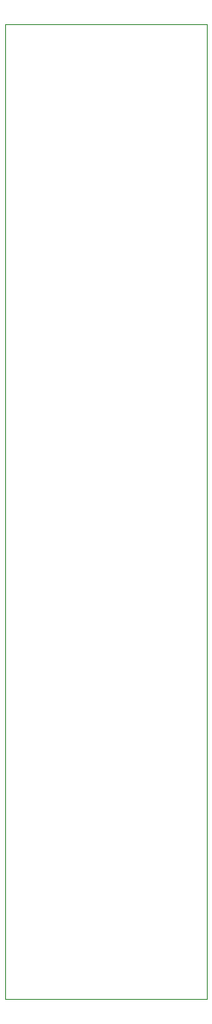
<source format=gbr>
G04 #@! TF.GenerationSoftware,KiCad,Pcbnew,5.1.5+dfsg1-2build2*
G04 #@! TF.CreationDate,2020-10-27T01:34:20+02:00*
G04 #@! TF.ProjectId,memory,6d656d6f-7279-42e6-9b69-6361645f7063,rev?*
G04 #@! TF.SameCoordinates,Original*
G04 #@! TF.FileFunction,Profile,NP*
%FSLAX46Y46*%
G04 Gerber Fmt 4.6, Leading zero omitted, Abs format (unit mm)*
G04 Created by KiCad (PCBNEW 5.1.5+dfsg1-2build2) date 2020-10-27 01:34:20*
%MOMM*%
%LPD*%
G04 APERTURE LIST*
%ADD10C,0.050000*%
G04 APERTURE END LIST*
D10*
X56388000Y-58928000D02*
X36576000Y-58928000D01*
X56388000Y-58928000D02*
X56388000Y-154432000D01*
X36576000Y-154432000D02*
X56388000Y-154432000D01*
X36576000Y-58928000D02*
X36576000Y-154432000D01*
M02*

</source>
